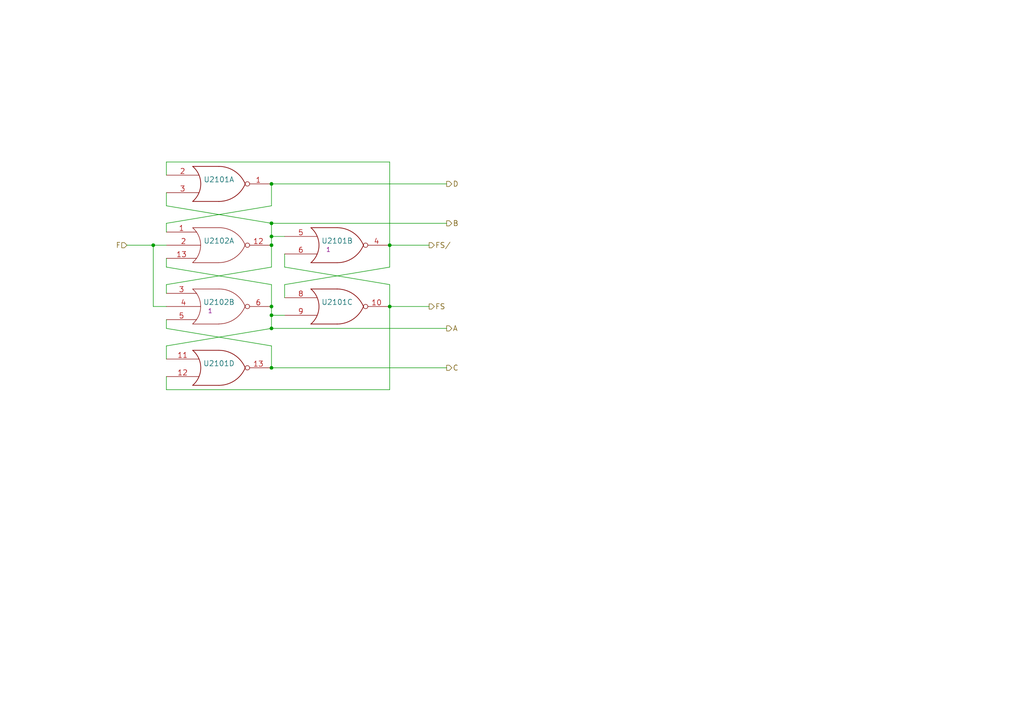
<source format=kicad_sch>
(kicad_sch (version 20211123) (generator eeschema)
  (paper "A4")
  (lib_symbols
    (symbol "agc_kicad_components:74HC02" (pin_names (offset 0.762))
      (property "Reference" "U" (at 0 1.27 0))
      (symbol "74HC02_1_1"
        (arc (start -7.62 -5.08) (mid -5.2708 0) (end -7.62 5.08) (stroke (width 0.2032)))
        (arc (start 0 -5.08) (mid 4.5812 -3.6906) (end 7.62 0) (stroke (width 0.2032)))
        (polyline (pts (xy -7.62 -5.08) (xy 0 -5.08)) (stroke (width 0.2032)))
        (polyline (pts (xy -7.62 5.08) (xy 0 5.08)) (stroke (width 0.2032)))
        (arc (start 7.62 0) (mid 4.5727 3.6819) (end 0 5.08) (stroke (width 0.2032)))
        (pin output inverted (at 15.24 0 180) (length 7.62) (name "~") (number "1"))
        (pin input line (at -15.24 2.54 0) (length 9.398) (name "~") (number "2"))
        (pin input line (at -15.24 -2.54 0) (length 9.398) (name "~") (number "3"))
      )
      (symbol "74HC02_2_1"
        (arc (start -7.62 -5.08) (mid -5.2708 0) (end -7.62 5.08) (stroke (width 0.2032)))
        (arc (start 0 -5.08) (mid 4.5812 -3.6906) (end 7.62 0) (stroke (width 0.2032)))
        (polyline (pts (xy -7.62 -5.08) (xy 0 -5.08)) (stroke (width 0.2032)))
        (polyline (pts (xy -7.62 5.08) (xy 0 5.08)) (stroke (width 0.2032)))
        (arc (start 7.62 0) (mid 4.5727 3.6819) (end 0 5.08) (stroke (width 0.2032)))
        (pin output inverted (at 15.24 0 180) (length 7.62) (name "~") (number "4"))
        (pin input line (at -15.24 2.54 0) (length 9.398) (name "~") (number "5"))
        (pin input line (at -15.24 -2.54 0) (length 9.398) (name "~") (number "6"))
      )
      (symbol "74HC02_3_1"
        (arc (start -7.62 -5.08) (mid -5.2708 0) (end -7.62 5.08) (stroke (width 0.2032)))
        (arc (start 0 -5.08) (mid 4.5812 -3.6906) (end 7.62 0) (stroke (width 0.2032)))
        (polyline (pts (xy -7.62 -5.08) (xy 0 -5.08)) (stroke (width 0.2032)))
        (polyline (pts (xy -7.62 5.08) (xy 0 5.08)) (stroke (width 0.2032)))
        (arc (start 7.62 0) (mid 4.5727 3.6819) (end 0 5.08) (stroke (width 0.2032)))
        (pin output inverted (at 15.24 0 180) (length 7.62) (name "~") (number "10"))
        (pin input line (at -15.24 2.54 0) (length 9.398) (name "~") (number "8"))
        (pin input line (at -15.24 -2.54 0) (length 9.398) (name "~") (number "9"))
      )
      (symbol "74HC02_4_1"
        (arc (start -7.62 -5.08) (mid -5.2708 0) (end -7.62 5.08) (stroke (width 0.2032)))
        (arc (start 0 -5.08) (mid 4.5812 -3.6906) (end 7.62 0) (stroke (width 0.2032)))
        (polyline (pts (xy -7.62 -5.08) (xy 0 -5.08)) (stroke (width 0.2032)))
        (polyline (pts (xy -7.62 5.08) (xy 0 5.08)) (stroke (width 0.2032)))
        (arc (start 7.62 0) (mid 4.5727 3.6819) (end 0 5.08) (stroke (width 0.2032)))
        (pin input line (at -15.24 2.54 0) (length 9.398) (name "~") (number "11"))
        (pin input line (at -15.24 -2.54 0) (length 9.398) (name "~") (number "12"))
        (pin output inverted (at 15.24 0 180) (length 7.62) (name "~") (number "13"))
      )
      (symbol "74HC02_5_0"
        (text "GND" (at 2.54 -3.81 0) (effects (font (size 0.9906 0.9906))))
        (text "VCC" (at 2.54 3.81 0) (effects (font (size 0.9906 0.9906))))
      )
      (symbol "74HC02_5_1"
        (rectangle (start -5.08 2.54) (end 5.08 -2.54))
        (pin power_in line (at 0 6.35 270) (length 3.81) (name "VCC") (number "14"))
        (pin power_in line (at 0 -6.35 90) (length 3.81) (name "GND") (number "7"))
      )
    )
    (symbol "agc_kicad_components:74HC27" (pin_names (offset 0.762))
      (property "Reference" "U" (at 0 1.27 0))
      (symbol "74HC27_1_1"
        (arc (start -7.62 -5.0292) (mid -5.3094 0.0082) (end -7.62 5.0546))
        (arc (start 0 -5.0546) (mid 4.5632 -3.6449) (end 7.5946 0.0508))
        (polyline (pts (xy -7.62 -5.08) (xy 0 -5.08)))
        (polyline (pts (xy -7.62 5.08) (xy 0 5.08)))
        (arc (start 7.62 0) (mid 4.6132 3.6946) (end 0.0508 5.08))
        (pin input line (at -15.24 3.81 0) (length 8.763) (name "~") (number "1"))
        (pin output inverted (at 15.24 0 180) (length 7.62) (name "~") (number "12"))
        (pin input line (at -15.24 -3.81 0) (length 8.763) (name "~") (number "13"))
        (pin input line (at -15.24 0 0) (length 9.906) (name "~") (number "2"))
      )
      (symbol "74HC27_2_1"
        (arc (start -7.62 -5.0292) (mid -5.3094 0.0082) (end -7.62 5.0546))
        (arc (start 0 -5.0546) (mid 4.5632 -3.6449) (end 7.5946 0.0508))
        (polyline (pts (xy -7.62 -5.08) (xy 0 -5.08)))
        (polyline (pts (xy -7.62 5.08) (xy 0 5.08)))
        (arc (start 7.62 0) (mid 4.6132 3.6946) (end 0.0508 5.08))
        (pin input line (at -15.24 3.81 0) (length 8.763) (name "~") (number "3"))
        (pin input line (at -15.24 0 0) (length 9.906) (name "~") (number "4"))
        (pin input line (at -15.24 -3.81 0) (length 8.763) (name "~") (number "5"))
        (pin output inverted (at 15.24 0 180) (length 7.62) (name "~") (number "6"))
      )
      (symbol "74HC27_3_1"
        (arc (start -7.62 -5.0292) (mid -5.3094 0.0082) (end -7.62 5.0546))
        (arc (start 0 -5.0546) (mid 4.5632 -3.6449) (end 7.5946 0.0508))
        (polyline (pts (xy -7.62 -5.08) (xy 0 -5.08)))
        (polyline (pts (xy -7.62 5.08) (xy 0 5.08)))
        (arc (start 7.62 0) (mid 4.6132 3.6946) (end 0.0508 5.08))
        (pin input line (at -15.24 0 0) (length 9.906) (name "~") (number "10"))
        (pin input line (at -15.24 -3.81 0) (length 8.763) (name "~") (number "11"))
        (pin output inverted (at 15.24 0 180) (length 7.62) (name "~") (number "8"))
        (pin input line (at -15.24 3.81 0) (length 8.763) (name "~") (number "9"))
      )
      (symbol "74HC27_4_0"
        (text "GND" (at 2.54 -3.81 0) (effects (font (size 0.9906 0.9906))))
        (text "VCC" (at 2.54 3.81 0) (effects (font (size 0.9906 0.9906))))
      )
      (symbol "74HC27_4_1"
        (rectangle (start -5.08 2.54) (end 5.08 -2.54))
        (pin power_in line (at 0 6.35 270) (length 3.81) (name "VCC") (number "14"))
        (pin power_in line (at 0 -6.35 90) (length 3.81) (name "GND") (number "7"))
      )
    )
  )
  (junction (at 78.74 71.12))
  (junction (at 113.03 88.9))
  (junction (at 78.74 53.34))
  (junction (at 44.45 71.12))
  (junction (at 78.74 106.68))
  (junction (at 78.74 64.77))
  (junction (at 78.74 95.25))
  (junction (at 78.74 88.9))
  (junction (at 113.03 71.12))
  (junction (at 78.74 91.44))
  (junction (at 78.74 68.58))
  (wire (pts (xy 78.74 71.12) (xy 78.74 77.47)))
  (wire (pts (xy 78.74 100.33) (xy 48.26 95.25)))
  (wire (pts (xy 113.03 88.9) (xy 113.03 113.03)))
  (wire (pts (xy 48.26 64.77) (xy 48.26 67.31)))
  (wire (pts (xy 113.03 71.12) (xy 113.03 77.47)))
  (wire (pts (xy 78.74 64.77) (xy 48.26 59.69)))
  (wire (pts (xy 113.03 82.55) (xy 82.55 77.47)))
  (wire (pts (xy 44.45 88.9) (xy 48.26 88.9)))
  (wire (pts (xy 48.26 59.69) (xy 48.26 55.88)))
  (wire (pts (xy 78.74 53.34) (xy 129.54 53.34)))
  (wire (pts (xy 78.74 88.9) (xy 78.74 91.44)))
  (wire (pts (xy 78.74 95.25) (xy 129.54 95.25)))
  (wire (pts (xy 78.74 68.58) (xy 78.74 71.12)))
  (wire (pts (xy 82.55 82.55) (xy 82.55 86.36)))
  (wire (pts (xy 48.26 82.55) (xy 48.26 85.09)))
  (wire (pts (xy 78.74 82.55) (xy 48.26 77.47)))
  (wire (pts (xy 113.03 46.99) (xy 113.03 71.12)))
  (wire (pts (xy 78.74 106.68) (xy 78.74 100.33)))
  (wire (pts (xy 48.26 100.33) (xy 48.26 104.14)))
  (wire (pts (xy 48.26 109.22) (xy 48.26 113.03)))
  (wire (pts (xy 113.03 82.55) (xy 113.03 88.9)))
  (wire (pts (xy 82.55 68.58) (xy 78.74 68.58)))
  (wire (pts (xy 48.26 77.47) (xy 48.26 74.93)))
  (wire (pts (xy 78.74 95.25) (xy 48.26 100.33)))
  (wire (pts (xy 113.03 88.9) (xy 124.46 88.9)))
  (wire (pts (xy 78.74 82.55) (xy 78.74 88.9)))
  (wire (pts (xy 78.74 64.77) (xy 129.54 64.77)))
  (wire (pts (xy 78.74 64.77) (xy 78.74 68.58)))
  (wire (pts (xy 44.45 71.12) (xy 48.26 71.12)))
  (wire (pts (xy 48.26 113.03) (xy 113.03 113.03)))
  (wire (pts (xy 48.26 50.8) (xy 48.26 46.99)))
  (wire (pts (xy 113.03 77.47) (xy 82.55 82.55)))
  (wire (pts (xy 78.74 106.68) (xy 129.54 106.68)))
  (wire (pts (xy 113.03 71.12) (xy 124.46 71.12)))
  (wire (pts (xy 82.55 91.44) (xy 78.74 91.44)))
  (wire (pts (xy 78.74 59.69) (xy 48.26 64.77)))
  (wire (pts (xy 78.74 77.47) (xy 48.26 82.55)))
  (wire (pts (xy 78.74 91.44) (xy 78.74 95.25)))
  (wire (pts (xy 36.83 71.12) (xy 44.45 71.12)))
  (wire (pts (xy 48.26 46.99) (xy 113.03 46.99)))
  (wire (pts (xy 48.26 95.25) (xy 48.26 92.71)))
  (wire (pts (xy 44.45 71.12) (xy 44.45 88.9)))
  (wire (pts (xy 82.55 77.47) (xy 82.55 73.66)))
  (wire (pts (xy 78.74 53.34) (xy 78.74 59.69)))
  (hierarchical_label "F" (shape input) (at 36.83 71.12 180) (effects (font (size 1.524 1.524))))
  (hierarchical_label "D" (shape output) (at 129.54 53.34 0) (effects (font (size 1.524 1.524))))
  (hierarchical_label "B" (shape output) (at 129.54 64.77 0) (effects (font (size 1.524 1.524))))
  (hierarchical_label "FS" (shape output) (at 124.46 88.9 0) (effects (font (size 1.524 1.524))))
  (hierarchical_label "C" (shape output) (at 129.54 106.68 0) (effects (font (size 1.524 1.524))))
  (hierarchical_label "A" (shape output) (at 129.54 95.25 0) (effects (font (size 1.524 1.524))))
  (hierarchical_label "FS/" (shape output) (at 124.46 71.12 0) (effects (font (size 1.524 1.524))))
  (symbol (lib_id "agc_kicad_components:74HC27") (at 63.5 71.12 0) (unit 1)
    (property "Reference" "U2102" (at 63.5 69.85 0) (effects (font (size 1.524 1.524))))
    (property "Value" "74HC27" (effects hide))
    (property "Init_A" "0" (effects hide))
    (property "Init_B" "1" (effects hide))
    (property "Init_C" "0" (effects hide))
    (property "Init_D" "0" (effects hide))
  )
  (symbol (lib_id "agc_kicad_components:74HC27") (at 63.5 88.9 0) (unit 2)
    (property "Reference" "U2102" (at 63.5 87.63 0) (effects (font (size 1.524 1.524))))
    (property "Value" "74HC27" (effects hide))
    (property "Init_A" "0" (effects hide))
    (property "Init_B" "1" (at 60.96 90.17 0))
    (property "Init_C" "0" (effects hide))
    (property "Init_D" "0" (effects hide))
  )
  (symbol (lib_id "agc_kicad_components:74HC02") (at 63.5 53.34 0) (unit 1)
    (property "Reference" "U2101" (at 63.5 52.07 0) (effects (font (size 1.524 1.524))))
    (property "Value" "74HC02" (effects hide))
    (property "Init_A" "0" (effects hide))
    (property "Init_B" "1" (effects hide))
    (property "Init_C" "0" (effects hide))
    (property "Init_D" "0" (effects hide))
  )
  (symbol (lib_id "agc_kicad_components:74HC02") (at 63.5 106.68 0) (unit 4)
    (property "Reference" "U2101" (at 63.5 105.41 0) (effects (font (size 1.524 1.524))))
    (property "Value" "74HC02" (effects hide))
    (property "Init_A" "0" (effects hide))
    (property "Init_B" "1" (effects hide))
    (property "Init_C" "0" (effects hide))
    (property "Init_D" "0" (effects hide))
  )
  (symbol (lib_id "agc_kicad_components:74HC02") (at 97.79 71.12 0) (unit 2)
    (property "Reference" "U2101" (at 97.79 69.85 0) (effects (font (size 1.524 1.524))))
    (property "Value" "74HC02" (effects hide))
    (property "Init_A" "0" (effects hide))
    (property "Init_B" "1" (at 95.25 72.39 0))
    (property "Init_C" "0" (effects hide))
    (property "Init_D" "0" (effects hide))
  )
  (symbol (lib_id "agc_kicad_components:74HC02") (at 97.79 88.9 0) (unit 3)
    (property "Reference" "U2101" (at 97.79 87.63 0) (effects (font (size 1.524 1.524))))
    (property "Value" "74HC02" (effects hide))
    (property "Init_A" "0" (effects hide))
    (property "Init_B" "1" (effects hide))
    (property "Init_C" "0" (effects hide))
    (property "Init_D" "0" (effects hide))
  )
)
</source>
